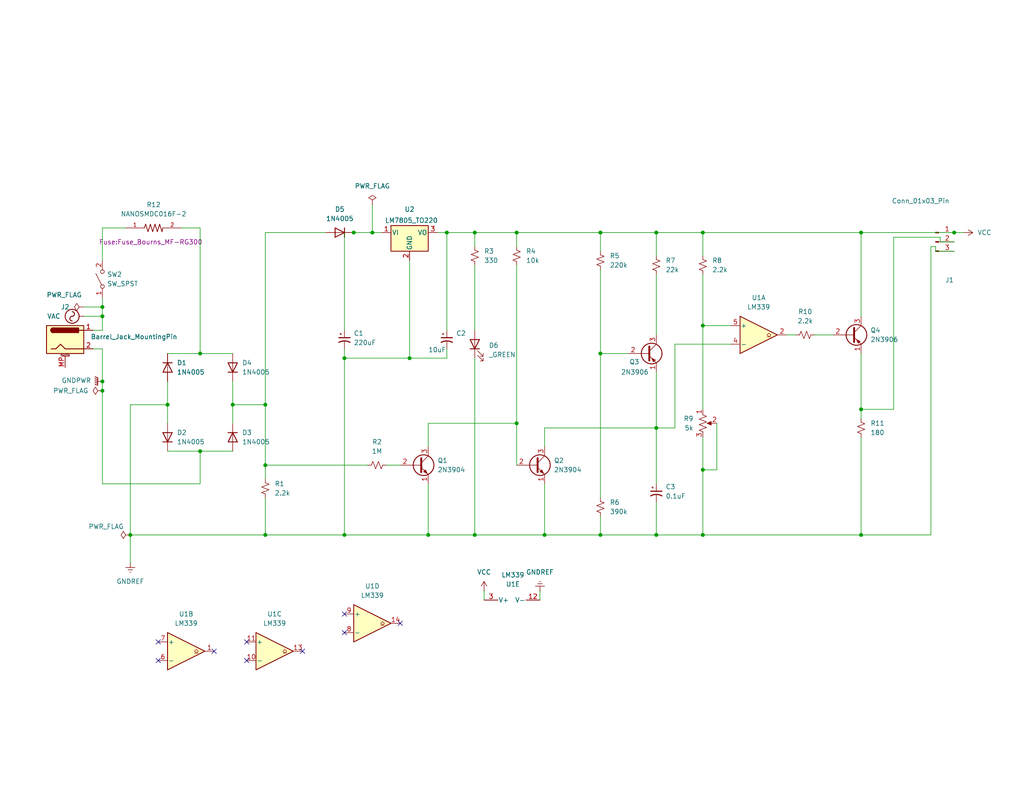
<source format=kicad_sch>
(kicad_sch (version 20250114) (generator "eeschema") (generator_version "9.0")
  (paper "A")
  (title_block (title "CMPE2150 PWM Generator - blaxtonfisher1") (date "2025-12-06") (rev "0") (company "Nait CNT") (comment 1 "Brody Laxton"))
  (lib_symbols
    (symbol "Comparator:LM339" (pin_names (offset 0.127))
      (property "Reference" "U" (at 0 5.08 0))
      (property "Value" "LM339" (at 0 -5.08 0))
      (symbol "LM339_1_1"
        (polyline (pts (xy -5.08 5.08) (xy 5.08 0) (xy -5.08 -5.08) (xy -5.08 5.08)) (stroke (width 0.254)) (fill (type background)))
        (polyline (pts (xy 3.302 -0.508) (xy 2.794 -0.508) (xy 3.302 0) (xy 2.794 0.508) (xy 2.286 0) (xy 2.794 -0.508) (xy 2.286 -0.508)) (stroke (width 0.127)))
        (pin input line (at -7.62 2.54 0) (length 2.54) (name "+") (number "5"))
        (pin input line (at -7.62 -2.54 0) (length 2.54) (name "-") (number "4"))
        (pin open_collector line (at 7.62 0 180) (length 2.54) (name "~") (number "2"))
      )
      (symbol "LM339_2_1"
        (polyline (pts (xy -5.08 5.08) (xy 5.08 0) (xy -5.08 -5.08) (xy -5.08 5.08)) (stroke (width 0.254)) (fill (type background)))
        (polyline (pts (xy 3.302 -0.508) (xy 2.794 -0.508) (xy 3.302 0) (xy 2.794 0.508) (xy 2.286 0) (xy 2.794 -0.508) (xy 2.286 -0.508)) (stroke (width 0.127)))
        (pin input line (at -7.62 2.54 0) (length 2.54) (name "+") (number "7"))
        (pin input line (at -7.62 -2.54 0) (length 2.54) (name "-") (number "6"))
        (pin open_collector line (at 7.62 0 180) (length 2.54) (name "~") (number "1"))
      )
      (symbol "LM339_3_1"
        (polyline (pts (xy -5.08 5.08) (xy 5.08 0) (xy -5.08 -5.08) (xy -5.08 5.08)) (stroke (width 0.254)) (fill (type background)))
        (polyline (pts (xy 3.302 -0.508) (xy 2.794 -0.508) (xy 3.302 0) (xy 2.794 0.508) (xy 2.286 0) (xy 2.794 -0.508) (xy 2.286 -0.508)) (stroke (width 0.127)))
        (pin input line (at -7.62 2.54 0) (length 2.54) (name "+") (number "11"))
        (pin input line (at -7.62 -2.54 0) (length 2.54) (name "-") (number "10"))
        (pin open_collector line (at 7.62 0 180) (length 2.54) (name "~") (number "13"))
      )
      (symbol "LM339_4_1"
        (polyline (pts (xy -5.08 5.08) (xy 5.08 0) (xy -5.08 -5.08) (xy -5.08 5.08)) (stroke (width 0.254)) (fill (type background)))
        (polyline (pts (xy 3.302 -0.508) (xy 2.794 -0.508) (xy 3.302 0) (xy 2.794 0.508) (xy 2.286 0) (xy 2.794 -0.508) (xy 2.286 -0.508)) (stroke (width 0.127)))
        (pin input line (at -7.62 2.54 0) (length 2.54) (name "+") (number "9"))
        (pin input line (at -7.62 -2.54 0) (length 2.54) (name "-") (number "8"))
        (pin open_collector line (at 7.62 0 180) (length 2.54) (name "~") (number "14"))
      )
      (symbol "LM339_5_1"
        (pin power_in line (at -2.54 7.62 270) (length 3.81) (name "V+") (number "3"))
        (pin power_in line (at -2.54 -7.62 90) (length 3.81) (name "V-") (number "12"))
      )
    )
    (symbol "Connector:Barrel_Jack_MountingPin" (pin_names (hide yes))
      (property "Reference" "J" (at 0 5.334 0))
      (property "Value" "Barrel_Jack_MountingPin" (at 1.27 -6.35 0))
      (symbol "Barrel_Jack_MountingPin_0_1"
        (rectangle (start -5.08 3.81) (end 5.08 -3.81) (stroke (width 0.254)) (fill (type background)))
        (polyline (pts (xy -3.81 -2.54) (xy -2.54 -2.54) (xy -1.27 -1.27) (xy 0 -2.54) (xy 2.54 -2.54) (xy 5.08 -2.54)) (stroke (width 0.254)))
        (arc (start -3.302 1.905) (mid -3.9343 2.54) (end -3.302 3.175) (stroke (width 0.254)))
        (arc (start -3.302 1.905) (mid -3.9343 2.54) (end -3.302 3.175) (stroke (width 0.254)) (fill (type outline)))
        (rectangle (start 3.683 3.175) (end -3.302 1.905) (stroke (width 0.254)) (fill (type outline)))
        (polyline (pts (xy 5.08 2.54) (xy 3.81 2.54)) (stroke (width 0.254)))
      )
      (symbol "Barrel_Jack_MountingPin_1_1"
        (polyline (pts (xy -1.016 -4.572) (xy 1.016 -4.572)) (stroke (width 0.1524)))
        (text "Mounting" (at 0 -4.191 0) (effects (font (size 0.381 0.381))))
        (pin passive line (at 0 -7.62 90) (length 3.048) (name "MountPin") (number "MP"))
        (pin passive line (at 7.62 2.54 180) (length 2.54) (name "~") (number "1"))
        (pin passive line (at 7.62 -2.54 180) (length 2.54) (name "~") (number "2"))
      )
    )
    (symbol "Connector:Conn_01x03_Pin" (pin_names (offset 1.016) (hide yes))
      (property "Reference" "J" (at 0 5.08 0))
      (property "Value" "Conn_01x03_Pin" (at 0 -5.08 0))
      (symbol "Conn_01x03_Pin_1_1"
        (rectangle (start 0.8636 2.667) (end 0 2.413) (stroke (width 0.1524)) (fill (type outline)))
        (rectangle (start 0.8636 0.127) (end 0 -0.127) (stroke (width 0.1524)) (fill (type outline)))
        (rectangle (start 0.8636 -2.413) (end 0 -2.667) (stroke (width 0.1524)) (fill (type outline)))
        (polyline (pts (xy 1.27 2.54) (xy 0.8636 2.54)) (stroke (width 0.1524)))
        (polyline (pts (xy 1.27 0) (xy 0.8636 0)) (stroke (width 0.1524)))
        (polyline (pts (xy 1.27 -2.54) (xy 0.8636 -2.54)) (stroke (width 0.1524)))
        (pin passive line (at 5.08 2.54 180) (length 3.81) (name "Pin_1") (number "1"))
        (pin passive line (at 5.08 0 180) (length 3.81) (name "Pin_2") (number "2"))
        (pin passive line (at 5.08 -2.54 180) (length 3.81) (name "Pin_3") (number "3"))
      )
    )
    (symbol "Device:C_Polarized_Small_US" (pin_numbers (hide yes)) (pin_names (offset 0.254) (hide yes))
      (property "Reference" "C" (at 0.254 1.778 0))
      (property "Value" "C_Polarized_Small_US" (at 0.254 -2.032 0))
      (symbol "C_Polarized_Small_US_0_1"
        (polyline (pts (xy -1.524 0.508) (xy 1.524 0.508)) (stroke (width 0.3048)))
        (polyline (pts (xy -1.27 1.524) (xy -0.762 1.524)))
        (polyline (pts (xy -1.016 1.27) (xy -1.016 1.778)))
        (arc (start -1.524 -0.762) (mid 0 -0.3734) (end 1.524 -0.762) (stroke (width 0.3048)))
      )
      (symbol "C_Polarized_Small_US_1_1"
        (pin passive line (at 0 2.54 270) (length 2.032) (name "~") (number "1"))
        (pin passive line (at 0 -2.54 90) (length 2.032) (name "~") (number "2"))
      )
    )
    (symbol "Device:LED" (pin_numbers (hide yes)) (pin_names (offset 1.016) (hide yes))
      (property "Reference" "D" (at 0 2.54 0))
      (property "Value" "LED" (at 0 -2.54 0))
      (symbol "LED_0_1"
        (polyline (pts (xy -3.048 -0.762) (xy -4.572 -2.286) (xy -3.81 -2.286) (xy -4.572 -2.286) (xy -4.572 -1.524)))
        (polyline (pts (xy -1.778 -0.762) (xy -3.302 -2.286) (xy -2.54 -2.286) (xy -3.302 -2.286) (xy -3.302 -1.524)))
        (polyline (pts (xy -1.27 0) (xy 1.27 0)))
        (polyline (pts (xy -1.27 -1.27) (xy -1.27 1.27)) (stroke (width 0.254)))
        (polyline (pts (xy 1.27 -1.27) (xy 1.27 1.27) (xy -1.27 0) (xy 1.27 -1.27)) (stroke (width 0.254)))
      )
      (symbol "LED_1_1"
        (pin passive line (at -3.81 0 0) (length 2.54) (name "K") (number "1"))
        (pin passive line (at 3.81 0 180) (length 2.54) (name "A") (number "2"))
      )
    )
    (symbol "Device:R_Potentiometer_US" (pin_names (offset 1.016) (hide yes))
      (property "Reference" "RV" (at -4.445 0 90))
      (property "Value" "R_Potentiometer_US" (at -2.54 0 90))
      (symbol "R_Potentiometer_US_0_1"
        (polyline (pts (xy 0 2.54) (xy 0 2.286)))
        (polyline (pts (xy 0 2.286) (xy 1.016 1.905) (xy 0 1.524) (xy -1.016 1.143) (xy 0 0.762)))
        (polyline (pts (xy 0 0.762) (xy 1.016 0.381) (xy 0 0) (xy -1.016 -0.381) (xy 0 -0.762)))
        (polyline (pts (xy 0 -0.762) (xy 1.016 -1.143) (xy 0 -1.524) (xy -1.016 -1.905) (xy 0 -2.286)))
        (polyline (pts (xy 0 -2.286) (xy 0 -2.54)))
        (polyline (pts (xy 1.143 0) (xy 2.286 0.508) (xy 2.286 -0.508) (xy 1.143 0)) (fill (type outline)))
        (polyline (pts (xy 2.54 0) (xy 1.524 0)))
      )
      (symbol "R_Potentiometer_US_1_1"
        (pin passive line (at 0 3.81 270) (length 1.27) (name "1") (number "1"))
        (pin passive line (at 0 -3.81 90) (length 1.27) (name "3") (number "3"))
        (pin passive line (at 3.81 0 180) (length 1.27) (name "2") (number "2"))
      )
    )
    (symbol "Device:R_Small_US" (pin_numbers (hide yes)) (pin_names (offset 0.254) (hide yes))
      (property "Reference" "R" (at 0.762 0.508 0))
      (property "Value" "R_Small_US" (at 0.762 -1.016 0))
      (symbol "R_Small_US_1_1"
        (polyline (pts (xy 0 1.524) (xy 1.016 1.143) (xy 0 0.762) (xy -1.016 0.381) (xy 0 0)))
        (polyline (pts (xy 0 0) (xy 1.016 -0.381) (xy 0 -0.762) (xy -1.016 -1.143) (xy 0 -1.524)))
        (pin passive line (at 0 2.54 270) (length 1.016) (name "~") (number "1"))
        (pin passive line (at 0 -2.54 90) (length 1.016) (name "~") (number "2"))
      )
    )
    (symbol "Diode:1N4005" (pin_numbers (hide yes)) (pin_names (hide yes))
      (property "Reference" "D" (at 0 2.54 0))
      (property "Value" "1N4005" (at 0 -2.54 0))
      (symbol "1N4005_0_1"
        (polyline (pts (xy -1.27 1.27) (xy -1.27 -1.27)) (stroke (width 0.254)))
        (polyline (pts (xy 1.27 1.27) (xy 1.27 -1.27) (xy -1.27 0) (xy 1.27 1.27)) (stroke (width 0.254)))
        (polyline (pts (xy 1.27 0) (xy -1.27 0)))
      )
      (symbol "1N4005_1_1"
        (pin passive line (at -3.81 0 0) (length 2.54) (name "K") (number "1"))
        (pin passive line (at 3.81 0 180) (length 2.54) (name "A") (number "2"))
      )
    )
    (symbol "NANOSMDC016F-2:NANOSMDC016F-2" (pin_names (offset 1.016))
      (property "Reference" "R" (at -3.81 1.4986 0))
      (property "Value" "NANOSMDC016F-2" (at -3.81 -3.302 0))
      (symbol "NANOSMDC016F-2_0_0"
        (polyline (pts (xy -2.54 0) (xy -2.159 1.016)) (stroke (width 0.2032)))
        (polyline (pts (xy -2.159 1.016) (xy -1.524 -1.016)) (stroke (width 0.2032)))
        (polyline (pts (xy -1.524 -1.016) (xy -0.889 1.016)) (stroke (width 0.2032)))
        (polyline (pts (xy -0.889 1.016) (xy -0.254 -1.016)) (stroke (width 0.2032)))
        (polyline (pts (xy -0.254 -1.016) (xy 0.381 1.016)) (stroke (width 0.2032)))
        (polyline (pts (xy 0.381 1.016) (xy 1.016 -1.016)) (stroke (width 0.2032)))
        (polyline (pts (xy 1.016 -1.016) (xy 1.651 1.016)) (stroke (width 0.2032)))
        (polyline (pts (xy 1.651 1.016) (xy 2.286 -1.016)) (stroke (width 0.2032)))
        (polyline (pts (xy 2.286 -1.016) (xy 2.54 0)) (stroke (width 0.2032)))
        (pin passive line (at -7.62 0 0) (length 5.08) (name "~") (number "1"))
        (pin passive line (at 7.62 0 180) (length 5.08) (name "~") (number "2"))
      )
    )
    (symbol "Regulator_Linear:LM7805_TO220" (pin_names (offset 0.254))
      (property "Reference" "U" (at -3.81 3.175 0))
      (property "Value" "LM7805_TO220" (at 0 3.175 0))
      (symbol "LM7805_TO220_0_1"
        (rectangle (start -5.08 1.905) (end 5.08 -5.08) (stroke (width 0.254)) (fill (type background)))
      )
      (symbol "LM7805_TO220_1_1"
        (pin power_in line (at -7.62 0 0) (length 2.54) (name "VI") (number "1"))
        (pin power_in line (at 0 -7.62 90) (length 2.54) (name "GND") (number "2"))
        (pin power_out line (at 7.62 0 180) (length 2.54) (name "VO") (number "3"))
      )
    )
    (symbol "Switch:SW_SPST" (pin_names (offset 0) (hide yes))
      (property "Reference" "SW" (at 0 3.175 0))
      (property "Value" "SW_SPST" (at 0 -2.54 0))
      (symbol "SW_SPST_0_0"
        (circle (center -2.032 0) (radius 0.508))
        (polyline (pts (xy -1.524 0.254) (xy 1.524 1.778)))
        (circle (center 2.032 0) (radius 0.508))
      )
      (symbol "SW_SPST_1_1"
        (pin passive line (at -5.08 0 0) (length 2.54) (name "A") (number "1"))
        (pin passive line (at 5.08 0 180) (length 2.54) (name "B") (number "2"))
      )
    )
    (symbol "Transistor_BJT:2N3904" (pin_names (offset 0) (hide yes))
      (property "Reference" "Q" (at 5.08 1.905 0))
      (property "Value" "2N3904" (at 5.08 0 0))
      (symbol "2N3904_0_1"
        (polyline (pts (xy -2.54 0) (xy 0.635 0)))
        (polyline (pts (xy 0.635 1.905) (xy 0.635 -1.905)) (stroke (width 0.508)))
        (circle (center 1.27 0) (radius 2.8194) (stroke (width 0.254)))
      )
      (symbol "2N3904_1_1"
        (polyline (pts (xy 0.635 0.635) (xy 2.54 2.54)))
        (polyline (pts (xy 0.635 -0.635) (xy 2.54 -2.54)))
        (polyline (pts (xy 1.27 -1.778) (xy 1.778 -1.27) (xy 2.286 -2.286) (xy 1.27 -1.778)) (fill (type outline)))
        (pin input line (at -5.08 0 0) (length 2.54) (name "B") (number "2"))
        (pin passive line (at 2.54 5.08 270) (length 2.54) (name "C") (number "3"))
        (pin passive line (at 2.54 -5.08 90) (length 2.54) (name "E") (number "1"))
      )
    )
    (symbol "Transistor_BJT:2N3906" (pin_names (offset 0) (hide yes))
      (property "Reference" "Q" (at 5.08 1.905 0))
      (property "Value" "2N3906" (at 5.08 0 0))
      (symbol "2N3906_0_1"
        (polyline (pts (xy -2.54 0) (xy 0.635 0)))
        (polyline (pts (xy 0.635 1.905) (xy 0.635 -1.905)) (stroke (width 0.508)))
        (polyline (pts (xy 0.635 0.635) (xy 2.54 2.54)))
        (polyline (pts (xy 0.635 -0.635) (xy 2.54 -2.54)))
        (circle (center 1.27 0) (radius 2.8194) (stroke (width 0.254)))
        (polyline (pts (xy 2.286 -1.778) (xy 1.778 -2.286) (xy 1.27 -1.27) (xy 2.286 -1.778)) (fill (type outline)))
      )
      (symbol "2N3906_1_1"
        (pin input line (at -5.08 0 0) (length 2.54) (name "B") (number "2"))
        (pin passive line (at 2.54 5.08 270) (length 2.54) (name "C") (number "3"))
        (pin passive line (at 2.54 -5.08 90) (length 2.54) (name "E") (number "1"))
      )
    )
    (symbol "power:GNDPWR" (power) (pin_numbers (hide yes)) (pin_names (offset 0) (hide yes))
      (property "Value" "GNDPWR" (at 0 -3.302 0))
      (symbol "GNDPWR_0_1"
        (polyline (pts (xy -1.016 -1.27) (xy -1.27 -2.032) (xy -1.27 -2.032)) (stroke (width 0.2032)))
        (polyline (pts (xy -0.508 -1.27) (xy -0.762 -2.032) (xy -0.762 -2.032)) (stroke (width 0.2032)))
        (polyline (pts (xy 0 -1.27) (xy 0 0)))
        (polyline (pts (xy 0 -1.27) (xy -0.254 -2.032) (xy -0.254 -2.032)) (stroke (width 0.2032)))
        (polyline (pts (xy 0.508 -1.27) (xy 0.254 -2.032) (xy 0.254 -2.032)) (stroke (width 0.2032)))
        (polyline (pts (xy 1.016 -1.27) (xy -1.016 -1.27) (xy -1.016 -1.27)) (stroke (width 0.2032)))
        (polyline (pts (xy 1.016 -1.27) (xy 0.762 -2.032) (xy 0.762 -2.032) (xy 0.762 -2.032)) (stroke (width 0.2032)))
      )
      (symbol "GNDPWR_1_1"
        (pin power_in line (at 0 0 270) (length 0) (name "~") (number "1"))
      )
    )
    (symbol "power:GNDREF" (power) (pin_numbers (hide yes)) (pin_names (offset 0) (hide yes))
      (property "Value" "GNDREF" (at 0 -3.81 0))
      (symbol "GNDREF_0_1"
        (polyline (pts (xy -0.635 -1.905) (xy 0.635 -1.905)))
        (polyline (pts (xy -0.127 -2.54) (xy 0.127 -2.54)))
        (polyline (pts (xy 0 -1.27) (xy 0 0)))
        (polyline (pts (xy 1.27 -1.27) (xy -1.27 -1.27)))
      )
      (symbol "GNDREF_1_1"
        (pin power_in line (at 0 0 270) (length 0) (name "~") (number "1"))
      )
    )
    (symbol "power:PWR_FLAG" (power) (pin_numbers (hide yes)) (pin_names (offset 0) (hide yes))
      (property "Value" "PWR_FLAG" (at 0 3.81 0))
      (symbol "PWR_FLAG_0_0"
        (pin power_out line (at 0 0 90) (length 0) (name "~") (number "1"))
      )
      (symbol "PWR_FLAG_0_1"
        (polyline (pts (xy 0 0) (xy 0 1.27) (xy -1.016 1.905) (xy 0 2.54) (xy 1.016 1.905) (xy 0 1.27)))
      )
    )
    (symbol "power:VAC" (power) (pin_numbers (hide yes)) (pin_names (offset 0) (hide yes))
      (property "Value" "VAC" (at 0 6.35 0))
      (symbol "VAC_0_1"
        (arc (start -1.27 3.175) (mid -0.635 3.8073) (end 0 3.175) (stroke (width 0.254)))
        (circle (center 0 3.175) (radius 1.905) (stroke (width 0.254)))
        (polyline (pts (xy 0 0) (xy 0 1.27)))
        (arc (start 1.27 3.175) (mid 0.635 2.5427) (end 0 3.175) (stroke (width 0.254)))
      )
      (symbol "VAC_1_1"
        (pin power_in line (at 0 0 90) (length 0) (name "~") (number "1"))
      )
    )
    (symbol "power:VCC" (power) (pin_numbers (hide yes)) (pin_names (offset 0) (hide yes))
      (property "Value" "VCC" (at 0 3.556 0))
      (symbol "VCC_0_1"
        (polyline (pts (xy -0.762 1.27) (xy 0 2.54)))
        (polyline (pts (xy 0 2.54) (xy 0.762 1.27)))
        (polyline (pts (xy 0 0) (xy 0 2.54)))
      )
      (symbol "VCC_1_1"
        (pin power_in line (at 0 0 90) (length 0) (name "~") (number "1"))
      )
    )
  )
  (junction (at 93.98 97.79))
  (junction (at 121.92 63.5))
  (junction (at 63.5 110.49))
  (junction (at 140.97 115.57))
  (junction (at 163.83 146.05))
  (junction (at 163.83 96.52))
  (junction (at 179.07 146.05))
  (junction (at 72.39 146.05))
  (junction (at 260.35 63.5))
  (junction (at 35.56 146.05))
  (junction (at 54.61 123.19))
  (junction (at 101.6 63.5))
  (junction (at 191.77 88.9))
  (junction (at 179.07 63.5))
  (junction (at 148.59 146.05))
  (junction (at 27.94 83.82))
  (junction (at 191.77 63.5))
  (junction (at 93.98 146.05))
  (junction (at 54.61 96.52))
  (junction (at 191.77 146.05))
  (junction (at 234.95 146.05))
  (junction (at 72.39 110.49))
  (junction (at 191.77 128.27))
  (junction (at 140.97 63.5))
  (junction (at 179.07 116.84))
  (junction (at 45.72 110.49))
  (junction (at 129.54 146.05))
  (junction (at 111.76 97.79))
  (junction (at 116.84 146.05))
  (junction (at 27.94 106.68))
  (junction (at 234.95 111.76))
  (junction (at 72.39 127))
  (junction (at 27.94 86.36))
  (junction (at 163.83 63.5))
  (junction (at 234.95 63.5))
  (junction (at 96.52 63.5))
  (junction (at 27.94 104.14))
  (junction (at 129.54 63.5))
  (no_connect (at 58.42 177.8))
  (no_connect (at 93.98 172.72))
  (no_connect (at 67.31 180.34))
  (no_connect (at 67.31 175.26))
  (no_connect (at 93.98 167.64))
  (no_connect (at 109.22 170.18))
  (no_connect (at 43.18 180.34))
  (no_connect (at 82.55 177.8))
  (no_connect (at 43.18 175.26))
  (wire (pts (xy 93.98 63.5) (xy 96.52 63.5)))
  (wire (pts (xy 191.77 63.5) (xy 191.77 69.85)))
  (wire (pts (xy 45.72 104.14) (xy 45.72 110.49)))
  (wire (pts (xy 27.94 95.25) (xy 27.94 104.14)))
  (wire (pts (xy 72.39 135.89) (xy 72.39 146.05)))
  (wire (pts (xy 255.27 68.58) (xy 260.35 68.58)))
  (wire (pts (xy 191.77 74.93) (xy 191.77 88.9)))
  (wire (pts (xy 254 67.31) (xy 254 146.05)))
  (wire (pts (xy 27.94 86.36) (xy 22.86 86.36)))
  (wire (pts (xy 234.95 63.5) (xy 260.35 63.5)))
  (wire (pts (xy 101.6 55.88) (xy 101.6 63.5)))
  (wire (pts (xy 105.41 127) (xy 109.22 127)))
  (wire (pts (xy 191.77 119.38) (xy 191.77 128.27)))
  (wire (pts (xy 179.07 137.16) (xy 179.07 146.05)))
  (wire (pts (xy 27.94 86.36) (xy 27.94 90.17)))
  (wire (pts (xy 54.61 62.23) (xy 54.61 96.52)))
  (wire (pts (xy 179.07 101.6) (xy 179.07 116.84)))
  (wire (pts (xy 129.54 63.5) (xy 140.97 63.5)))
  (wire (pts (xy 129.54 97.79) (xy 129.54 146.05)))
  (wire (pts (xy 54.61 123.19) (xy 63.5 123.19)))
  (wire (pts (xy 54.61 96.52) (xy 63.5 96.52)))
  (wire (pts (xy 93.98 95.25) (xy 93.98 97.79)))
  (wire (pts (xy 25.4 90.17) (xy 27.94 90.17)))
  (wire (pts (xy 191.77 88.9) (xy 199.39 88.9)))
  (wire (pts (xy 256.54 64.77) (xy 256.54 66.04)))
  (wire (pts (xy 243.84 64.77) (xy 243.84 111.76)))
  (wire (pts (xy 163.83 63.5) (xy 179.07 63.5)))
  (wire (pts (xy 27.94 83.82) (xy 27.94 86.36)))
  (wire (pts (xy 222.25 91.44) (xy 227.33 91.44)))
  (wire (pts (xy 45.72 96.52) (xy 54.61 96.52)))
  (wire (pts (xy 191.77 128.27) (xy 195.58 128.27)))
  (wire (pts (xy 121.92 97.79) (xy 121.92 95.25)))
  (wire (pts (xy 93.98 97.79) (xy 111.76 97.79)))
  (wire (pts (xy 163.83 96.52) (xy 163.83 73.66)))
  (wire (pts (xy 72.39 146.05) (xy 93.98 146.05)))
  (wire (pts (xy 119.38 63.5) (xy 121.92 63.5)))
  (wire (pts (xy 214.63 91.44) (xy 217.17 91.44)))
  (wire (pts (xy 260.35 63.5) (xy 262.89 63.5)))
  (wire (pts (xy 45.72 110.49) (xy 45.72 115.57)))
  (wire (pts (xy 191.77 63.5) (xy 234.95 63.5)))
  (wire (pts (xy 163.83 146.05) (xy 179.07 146.05)))
  (wire (pts (xy 111.76 71.12) (xy 111.76 97.79)))
  (wire (pts (xy 116.84 132.08) (xy 116.84 146.05)))
  (wire (pts (xy 191.77 128.27) (xy 191.77 146.05)))
  (wire (pts (xy 148.59 146.05) (xy 163.83 146.05)))
  (wire (pts (xy 93.98 146.05) (xy 116.84 146.05)))
  (wire (pts (xy 179.07 63.5) (xy 179.07 69.85)))
  (wire (pts (xy 179.07 146.05) (xy 191.77 146.05)))
  (wire (pts (xy 140.97 63.5) (xy 163.83 63.5)))
  (wire (pts (xy 243.84 64.77) (xy 256.54 64.77)))
  (wire (pts (xy 184.15 116.84) (xy 179.07 116.84)))
  (wire (pts (xy 195.58 115.57) (xy 195.58 128.27)))
  (wire (pts (xy 179.07 63.5) (xy 191.77 63.5)))
  (wire (pts (xy 27.94 83.82) (xy 22.86 83.82)))
  (wire (pts (xy 234.95 63.5) (xy 234.95 86.36)))
  (wire (pts (xy 129.54 72.39) (xy 129.54 90.17)))
  (wire (pts (xy 179.07 74.93) (xy 179.07 91.44)))
  (wire (pts (xy 25.4 95.25) (xy 27.94 95.25)))
  (wire (pts (xy 93.98 63.5) (xy 93.98 90.17)))
  (wire (pts (xy 129.54 146.05) (xy 148.59 146.05)))
  (wire (pts (xy 27.94 71.12) (xy 27.94 62.23)))
  (wire (pts (xy 255.27 67.31) (xy 255.27 68.58)))
  (wire (pts (xy 27.94 106.68) (xy 27.94 132.08)))
  (wire (pts (xy 49.53 62.23) (xy 54.61 62.23)))
  (wire (pts (xy 35.56 110.49) (xy 35.56 146.05)))
  (wire (pts (xy 163.83 96.52) (xy 163.83 135.89)))
  (wire (pts (xy 111.76 97.79) (xy 121.92 97.79)))
  (wire (pts (xy 35.56 146.05) (xy 35.56 153.67)))
  (wire (pts (xy 140.97 115.57) (xy 140.97 72.39)))
  (wire (pts (xy 72.39 127) (xy 100.33 127)))
  (wire (pts (xy 132.08 161.29) (xy 132.08 163.83)))
  (wire (pts (xy 254 67.31) (xy 255.27 67.31)))
  (wire (pts (xy 63.5 110.49) (xy 63.5 115.57)))
  (wire (pts (xy 54.61 132.08) (xy 54.61 123.19)))
  (wire (pts (xy 72.39 110.49) (xy 63.5 110.49)))
  (wire (pts (xy 234.95 146.05) (xy 254 146.05)))
  (wire (pts (xy 184.15 93.98) (xy 184.15 116.84)))
  (wire (pts (xy 140.97 127) (xy 140.97 115.57)))
  (wire (pts (xy 116.84 115.57) (xy 140.97 115.57)))
  (wire (pts (xy 179.07 116.84) (xy 179.07 132.08)))
  (wire (pts (xy 27.94 104.14) (xy 27.94 106.68)))
  (wire (pts (xy 191.77 88.9) (xy 191.77 111.76)))
  (wire (pts (xy 148.59 116.84) (xy 179.07 116.84)))
  (wire (pts (xy 27.94 62.23) (xy 34.29 62.23)))
  (wire (pts (xy 234.95 111.76) (xy 234.95 114.3)))
  (wire (pts (xy 163.83 96.52) (xy 171.45 96.52)))
  (wire (pts (xy 93.98 97.79) (xy 93.98 146.05)))
  (wire (pts (xy 147.32 161.29) (xy 147.32 163.83)))
  (wire (pts (xy 27.94 81.28) (xy 27.94 83.82)))
  (wire (pts (xy 234.95 119.38) (xy 234.95 146.05)))
  (wire (pts (xy 72.39 110.49) (xy 72.39 127)))
  (wire (pts (xy 163.83 140.97) (xy 163.83 146.05)))
  (wire (pts (xy 63.5 104.14) (xy 63.5 110.49)))
  (wire (pts (xy 163.83 63.5) (xy 163.83 68.58)))
  (wire (pts (xy 116.84 121.92) (xy 116.84 115.57)))
  (wire (pts (xy 129.54 63.5) (xy 129.54 67.31)))
  (wire (pts (xy 191.77 146.05) (xy 234.95 146.05)))
  (wire (pts (xy 72.39 63.5) (xy 72.39 110.49)))
  (wire (pts (xy 184.15 93.98) (xy 199.39 93.98)))
  (wire (pts (xy 234.95 96.52) (xy 234.95 111.76)))
  (wire (pts (xy 148.59 116.84) (xy 148.59 121.92)))
  (wire (pts (xy 101.6 63.5) (xy 96.52 63.5)))
  (wire (pts (xy 45.72 123.19) (xy 54.61 123.19)))
  (wire (pts (xy 121.92 63.5) (xy 129.54 63.5)))
  (wire (pts (xy 140.97 63.5) (xy 140.97 67.31)))
  (wire (pts (xy 148.59 132.08) (xy 148.59 146.05)))
  (wire (pts (xy 101.6 63.5) (xy 104.14 63.5)))
  (wire (pts (xy 116.84 146.05) (xy 129.54 146.05)))
  (wire (pts (xy 121.92 63.5) (xy 121.92 90.17)))
  (wire (pts (xy 256.54 66.04) (xy 260.35 66.04)))
  (wire (pts (xy 72.39 146.05) (xy 35.56 146.05)))
  (wire (pts (xy 72.39 63.5) (xy 88.9 63.5)))
  (wire (pts (xy 243.84 111.76) (xy 234.95 111.76)))
  (wire (pts (xy 72.39 127) (xy 72.39 130.81)))
  (wire (pts (xy 35.56 110.49) (xy 45.72 110.49)))
  (wire (pts (xy 27.94 132.08) (xy 54.61 132.08)))
  (symbol (lib_id "power:GNDPWR") (at 27.94 104.14 270) (unit 1)
    (property "Reference" "#PWR01" (effects (hide yes)))
    (property "Value" "GNDPWR" (at 20.828 103.886 90))
    (property "Description" "Power symbol creates a global label with name \"GNDPWR\" , global ground" (effects (hide yes)))
  )
  (symbol (lib_id "power:VCC") (at 132.08 161.29 0) (unit 1)
    (property "Reference" "#PWR03" (effects (hide yes)))
    (property "Value" "VCC" (at 132.08 156.21 0))
    (property "Description" "Power symbol creates a global label with name \"VCC\"" (effects (hide yes)))
  )
  (symbol (lib_id "Device:R_Small_US") (at 191.77 72.39 0) (unit 1)
    (property "Reference" "R8" (at 194.31 71.1199 0) (effects (justify left)))
    (property "Value" "2.2k" (at 194.31 73.6599 0) (effects (justify left)))
    (property "Footprint" "Resistor_SMD:R_0805_2012Metric" (effects (hide yes)))
    (property "Description" "Resistor, small US symbol" (effects (hide yes)))
  )
  (symbol (lib_id "Device:LED") (at 129.54 93.98 90) (unit 1)
    (property "Reference" "D6" (at 133.35 94.2974 90) (effects (justify right)))
    (property "Value" "_GREEN" (at 133.35 96.8374 90) (effects (justify right)))
    (property "Footprint" "LED_THT:LED_D5.0mm" (effects (hide yes)))
    (property "Description" "Light emitting diode" (effects (hide yes)))
    (property "Sim.Pins" "1=K 2=A" (effects (hide yes)))
  )
  (symbol (lib_id "Diode:1N4005") (at 45.72 100.33 270) (unit 1)
    (property "Reference" "D1" (at 48.26 99.0599 90) (effects (justify left)))
    (property "Value" "1N4005" (at 48.26 101.5999 90) (effects (justify left)))
    (property "Footprint" "Diode_SMD:D_0805_2012Metric_Pad1.15x1.40mm_HandSolder" (effects (hide yes)))
    (property "Datasheet" "http://www.vishay.com/docs/88503/1n4001.pdf" (effects (hide yes)))
    (property "Description" "600V 1A General Purpose Rectifier Diode, DO-41" (effects (hide yes)))
    (property "Sim.Device" "D" (effects (hide yes)))
    (property "Sim.Pins" "1=K 2=A" (effects (hide yes)))
  )
  (symbol (lib_id "Comparator:LM339") (at 50.8 177.8 0) (unit 2)
    (property "Reference" "U1" (at 50.8 167.64 0))
    (property "Value" "LM339" (at 50.8 170.18 0))
    (property "Footprint" "Package_SO:SOIC-14_3.9x8.7mm_P1.27mm" (effects (hide yes)))
    (property "Datasheet" "https://www.st.com/resource/en/datasheet/lm139.pdf" (effects (hide yes)))
    (property "Description" "Quad Differential Comparators, SOIC-14/TSSOP-14" (effects (hide yes)))
  )
  (symbol (lib_id "Comparator:LM339") (at 101.6 170.18 0) (unit 4)
    (property "Reference" "U1" (at 101.6 160.02 0))
    (property "Value" "LM339" (at 101.6 162.56 0))
    (property "Footprint" "Package_SO:SOIC-14_3.9x8.7mm_P1.27mm" (effects (hide yes)))
    (property "Datasheet" "https://www.st.com/resource/en/datasheet/lm139.pdf" (effects (hide yes)))
    (property "Description" "Quad Differential Comparators, SOIC-14/TSSOP-14" (effects (hide yes)))
  )
  (symbol (lib_id "power:PWR_FLAG") (at 27.94 106.68 90) (unit 1)
    (property "Reference" "#FLG02" (effects (hide yes)))
    (property "Value" "PWR_FLAG" (at 24.13 106.6799 90) (effects (justify left)))
    (property "Description" "Special symbol for telling ERC where power comes from" (effects (hide yes)))
  )
  (symbol (lib_id "Device:R_Small_US") (at 234.95 116.84 0) (unit 1)
    (property "Reference" "R11" (at 237.49 115.5699 0) (effects (justify left)))
    (property "Value" "180" (at 237.49 118.1099 0) (effects (justify left)))
    (property "Footprint" "Resistor_SMD:R_0805_2012Metric" (effects (hide yes)))
    (property "Datasheet" "https://www.digikey.ca/en/products/detail/littelfuse-inc/NANOSMDC016F-2/1040822?s=N4IgTCBcDaIHIEE4HkDKBZAIgYQAwEYA2AMQFoIBdAXyA" (effects (hide yes)))
    (property "Description" "Resistor, small US symbol" (effects (hide yes)))
  )
  (symbol (lib_id "power:PWR_FLAG") (at 35.56 146.05 90) (unit 1)
    (property "Reference" "#FLG03" (effects (hide yes)))
    (property "Value" "PWR_FLAG" (at 28.956 143.764 90))
    (property "Description" "Special symbol for telling ERC where power comes from" (effects (hide yes)))
  )
  (symbol (lib_id "Comparator:LM339") (at 74.93 177.8 0) (unit 3)
    (property "Reference" "U1" (at 74.93 167.64 0))
    (property "Value" "LM339" (at 74.93 170.18 0))
    (property "Footprint" "Package_SO:SOIC-14_3.9x8.7mm_P1.27mm" (effects (hide yes)))
    (property "Datasheet" "https://www.st.com/resource/en/datasheet/lm139.pdf" (effects (hide yes)))
    (property "Description" "Quad Differential Comparators, SOIC-14/TSSOP-14" (effects (hide yes)))
  )
  (symbol (lib_id "Device:C_Polarized_Small_US") (at 179.07 134.62 0) (unit 1)
    (property "Reference" "C3" (at 181.61 132.9181 0) (effects (justify left)))
    (property "Value" "0.1uF" (at 181.61 135.4581 0) (effects (justify left)))
    (property "Footprint" "Capacitor_SMD:C_0805_2012Metric_Pad1.18x1.45mm_HandSolder" (effects (hide yes)))
    (property "Description" "Polarized capacitor, small US symbol" (effects (hide yes)))
  )
  (symbol (lib_id "Connector:Conn_01x03_Pin") (at 255.27 66.04 0) (unit 1)
    (property "Reference" "J1" (at 259.08 76.454 0))
    (property "Value" "Conn_01x03_Pin" (at 251.206 54.864 0))
    (property "Footprint" "Connector_PinHeader_2.54mm:PinHeader_1x03_P2.54mm_Horizontal" (effects (hide yes)))
    (property "Description" "Generic connector, single row, 01x03, script generated" (effects (hide yes)))
  )
  (symbol (lib_id "Device:R_Small_US") (at 102.87 127 90) (unit 1)
    (property "Reference" "R2" (at 102.87 120.65 90))
    (property "Value" "1M" (at 102.87 123.19 90))
    (property "Footprint" "Resistor_SMD:R_0805_2012Metric" (effects (hide yes)))
    (property "Description" "Resistor, small US symbol" (effects (hide yes)))
  )
  (symbol (lib_id "Device:R_Small_US") (at 163.83 138.43 0) (unit 1)
    (property "Reference" "R6" (at 166.37 137.1599 0) (effects (justify left)))
    (property "Value" "390k" (at 166.37 139.6999 0) (effects (justify left)))
    (property "Footprint" "Resistor_SMD:R_0805_2012Metric" (effects (hide yes)))
    (property "Description" "Resistor, small US symbol" (effects (hide yes)))
  )
  (symbol (lib_id "Comparator:LM339") (at 139.7 161.29 90) (unit 5)
    (property "Reference" "U1" (at 139.954 159.512 90))
    (property "Value" "LM339" (at 139.954 156.972 90))
    (property "Footprint" "Package_SO:SOIC-14_3.9x8.7mm_P1.27mm" (effects (hide yes)))
    (property "Datasheet" "https://www.st.com/resource/en/datasheet/lm139.pdf" (effects (hide yes)))
    (property "Description" "Quad Differential Comparators, SOIC-14/TSSOP-14" (effects (hide yes)))
  )
  (symbol (lib_id "Device:R_Small_US") (at 179.07 72.39 0) (unit 1)
    (property "Reference" "R7" (at 181.61 71.1199 0) (effects (justify left)))
    (property "Value" "22k" (at 181.61 73.6599 0) (effects (justify left)))
    (property "Footprint" "Resistor_SMD:R_0805_2012Metric" (effects (hide yes)))
    (property "Description" "Resistor, small US symbol" (effects (hide yes)))
  )
  (symbol (lib_id "Device:C_Polarized_Small_US") (at 93.98 92.71 0) (unit 1)
    (property "Reference" "C1" (at 96.52 91.0081 0) (effects (justify left)))
    (property "Value" "220uF" (at 96.52 93.5481 0) (effects (justify left)))
    (property "Footprint" "Capacitor_THT:CP_Radial_D10.0mm_P5.00mm" (effects (hide yes)))
    (property "Datasheet" "https://industrial.panasonic.com/cdbs/www-data/pdf/RDF0000/ABA0000C1259.pdf" (effects (hide yes)))
    (property "Description" "Polarized capacitor, small US symbol" (effects (hide yes)))
  )
  (symbol (lib_id "Device:C_Polarized_Small_US") (at 121.92 92.71 0) (unit 1)
    (property "Reference" "C2" (at 124.46 91.0081 0) (effects (justify left)))
    (property "Value" "10uF" (at 116.84 95.504 0) (effects (justify left)))
    (property "Footprint" "Capacitor_THT:CP_Radial_D10.0mm_P5.00mm" (effects (hide yes)))
    (property "Datasheet" "https://industrial.panasonic.com/cdbs/www-data/pdf/RDF0000/ABA0000C1259.pdf" (effects (hide yes)))
    (property "Description" "Polarized capacitor, small US symbol" (effects (hide yes)))
  )
  (symbol (lib_id "Transistor_BJT:2N3904") (at 146.05 127 0) (unit 1)
    (property "Reference" "Q2" (at 151.13 125.7299 0) (effects (justify left)))
    (property "Value" "2N3904" (at 151.13 128.2699 0) (effects (justify left)))
    (property "Footprint" "Package_TO_SOT_SMD:SOT-23" (effects (hide yes)))
    (property "Datasheet" "https://www.onsemi.com/pub/Collateral/2N3903-D.PDF" (effects (hide yes)))
    (property "Description" "0.2A Ic, 40V Vce, Small Signal NPN Transistor, TO-92" (effects (hide yes)))
  )
  (symbol (lib_id "power:VAC") (at 22.86 86.36 90) (unit 1)
    (property "Reference" "#PWR04" (effects (hide yes)))
    (property "Value" "VAC" (at 16.51 86.3599 90) (effects (justify left)))
    (property "Description" "Power symbol creates a global label with name \"VAC\"" (effects (hide yes)))
  )
  (symbol (lib_id "power:GNDREF") (at 147.32 161.29 180) (unit 1)
    (property "Reference" "#PWR06" (effects (hide yes)))
    (property "Value" "GNDREF" (at 147.32 156.21 0))
    (property "Description" "Power symbol creates a global label with name \"GNDREF\" , reference supply ground" (effects (hide yes)))
  )
  (symbol (lib_id "Device:R_Small_US") (at 219.71 91.44 90) (unit 1)
    (property "Reference" "R10" (at 219.71 85.09 90))
    (property "Value" "2.2k" (at 219.71 87.63 90))
    (property "Footprint" "Resistor_SMD:R_0805_2012Metric" (effects (hide yes)))
    (property "Description" "Resistor, small US symbol" (effects (hide yes)))
  )
  (symbol (lib_id "Comparator:LM339") (at 207.01 91.44 0) (unit 1)
    (property "Reference" "U1" (at 207.01 81.28 0))
    (property "Value" "LM339" (at 207.01 83.82 0))
    (property "Footprint" "Package_SO:SOIC-14_3.9x8.7mm_P1.27mm" (effects (hide yes)))
    (property "Datasheet" "https://www.st.com/resource/en/datasheet/lm139.pdf" (effects (hide yes)))
    (property "Description" "Quad Differential Comparators, SOIC-14/TSSOP-14" (effects (hide yes)))
  )
  (symbol (lib_id "Regulator_Linear:LM7805_TO220") (at 111.76 63.5 0) (unit 1)
    (property "Reference" "U2" (at 111.76 57.15 0))
    (property "Value" "LM7805_TO220" (at 112.268 60.198 0))
    (property "Footprint" "Package_TO_SOT_THT:TO-220-3_Vertical" (effects (hide yes)))
    (property "Datasheet" "https://www.onsemi.cn/PowerSolutions/document/MC7800-D.PDF" (effects (hide yes)))
    (property "Description" "Positive 1A 35V Linear Regulator, Fixed Output 5V, TO-220" (effects (hide yes)))
  )
  (symbol (lib_id "Transistor_BJT:2N3906") (at 232.41 91.44 0) (unit 1)
    (property "Reference" "Q4" (at 237.49 90.1699 0) (effects (justify left)))
    (property "Value" "2N3906" (at 237.49 92.7099 0) (effects (justify left)))
    (property "Footprint" "Package_TO_SOT_SMD:SOT-23" (effects (hide yes)))
    (property "Datasheet" "https://www.onsemi.com/pub/Collateral/2N3906-D.PDF" (effects (hide yes)))
    (property "Description" "-0.2A Ic, -40V Vce, Small Signal PNP Transistor, TO-92" (effects (hide yes)))
  )
  (symbol (lib_id "Device:R_Small_US") (at 72.39 133.35 0) (unit 1)
    (property "Reference" "R1" (at 74.93 132.0799 0) (effects (justify left)))
    (property "Value" "2.2k" (at 74.93 134.6199 0) (effects (justify left)))
    (property "Footprint" "Resistor_SMD:R_0805_2012Metric" (effects (hide yes)))
    (property "Description" "Resistor, small US symbol" (effects (hide yes)))
  )
  (symbol (lib_id "Device:R_Small_US") (at 140.97 69.85 0) (unit 1)
    (property "Reference" "R4" (at 143.51 68.5799 0) (effects (justify left)))
    (property "Value" "10k" (at 143.51 71.1199 0) (effects (justify left)))
    (property "Footprint" "Resistor_SMD:R_0805_2012Metric" (effects (hide yes)))
    (property "Description" "Resistor, small US symbol" (effects (hide yes)))
  )
  (symbol (lib_id "Diode:1N4005") (at 63.5 100.33 90) (unit 1)
    (property "Reference" "D4" (at 66.04 99.0599 90) (effects (justify right)))
    (property "Value" "1N4005" (at 66.04 101.5999 90) (effects (justify right)))
    (property "Footprint" "Diode_SMD:D_0805_2012Metric_Pad1.15x1.40mm_HandSolder" (effects (hide yes)))
    (property "Datasheet" "http://www.vishay.com/docs/88503/1n4001.pdf" (effects (hide yes)))
    (property "Description" "600V 1A General Purpose Rectifier Diode, DO-41" (effects (hide yes)))
    (property "Sim.Device" "D" (effects (hide yes)))
    (property "Sim.Pins" "1=K 2=A" (effects (hide yes)))
  )
  (symbol (lib_id "Diode:1N4005") (at 63.5 119.38 270) (unit 1)
    (property "Reference" "D3" (at 66.04 118.1099 90) (effects (justify left)))
    (property "Value" "1N4005" (at 66.04 120.6499 90) (effects (justify left)))
    (property "Footprint" "Diode_SMD:D_0805_2012Metric_Pad1.15x1.40mm_HandSolder" (effects (hide yes)))
    (property "Datasheet" "http://www.vishay.com/docs/88503/1n4001.pdf" (effects (hide yes)))
    (property "Description" "600V 1A General Purpose Rectifier Diode, DO-41" (effects (hide yes)))
    (property "Sim.Device" "D" (effects (hide yes)))
    (property "Sim.Pins" "1=K 2=A" (effects (hide yes)))
  )
  (symbol (lib_id "power:GNDREF") (at 35.56 153.67 0) (unit 1)
    (property "Reference" "#PWR05" (effects (hide yes)))
    (property "Value" "GNDREF" (at 35.56 158.75 0))
    (property "Description" "Power symbol creates a global label with name \"GNDREF\" , reference supply ground" (effects (hide yes)))
  )
  (symbol (lib_id "Diode:1N4005") (at 92.71 63.5 180) (unit 1)
    (property "Reference" "D5" (at 92.71 57.15 0))
    (property "Value" "1N4005" (at 92.71 59.69 0))
    (property "Footprint" "Diode_SMD:D_0805_2012Metric_Pad1.15x1.40mm_HandSolder" (effects (hide yes)))
    (property "Datasheet" "http://www.vishay.com/docs/88503/1n4001.pdf" (effects (hide yes)))
    (property "Description" "600V 1A General Purpose Rectifier Diode, DO-41" (effects (hide yes)))
    (property "Sim.Device" "D" (effects (hide yes)))
    (property "Sim.Pins" "1=K 2=A" (effects (hide yes)))
  )
  (symbol (lib_id "Device:R_Small_US") (at 163.83 71.12 180) (unit 1)
    (property "Reference" "R5" (at 166.37 69.8499 0) (effects (justify right)))
    (property "Value" "220k" (at 166.37 72.3899 0) (effects (justify right)))
    (property "Footprint" "Resistor_SMD:R_0805_2012Metric" (effects (hide yes)))
    (property "Description" "Resistor, small US symbol" (effects (hide yes)))
  )
  (symbol (lib_id "Transistor_BJT:2N3906") (at 176.53 96.52 0) (unit 1)
    (property "Reference" "Q3" (at 171.704 98.806 0) (effects (justify left)))
    (property "Value" "2N3906" (at 169.418 101.6 0) (effects (justify left)))
    (property "Footprint" "Package_TO_SOT_SMD:SOT-23" (effects (hide yes)))
    (property "Datasheet" "https://www.onsemi.com/pub/Collateral/2N3906-D.PDF" (effects (hide yes)))
    (property "Description" "-0.2A Ic, -40V Vce, Small Signal PNP Transistor, TO-92" (effects (hide yes)))
  )
  (symbol (lib_id "Switch:SW_SPST") (at 27.94 76.2 90) (unit 1)
    (property "Reference" "SW2" (at 29.21 74.9299 90) (effects (justify right)))
    (property "Value" "SW_SPST" (at 29.21 77.4699 90) (effects (justify right)))
    (property "Footprint" "Button_Switch_SMD:SW_DIP_SPSTx01_Slide_9.78x4.72mm_W8.61mm_P2.54mm" (effects (hide yes)))
    (property "Description" "Single Pole Single Throw (SPST) switch" (effects (hide yes)))
  )
  (symbol (lib_id "power:PWR_FLAG") (at 22.86 83.82 90) (unit 1)
    (property "Reference" "#FLG01" (effects (hide yes)))
    (property "Value" "PWR_FLAG" (at 22.352 80.518 90) (effects (justify left)))
    (property "Description" "Special symbol for telling ERC where power comes from" (effects (hide yes)))
  )
  (symbol (lib_id "Diode:1N4005") (at 45.72 119.38 90) (unit 1)
    (property "Reference" "D2" (at 48.26 118.1099 90) (effects (justify right)))
    (property "Value" "1N4005" (at 48.26 120.6499 90) (effects (justify right)))
    (property "Footprint" "Diode_SMD:D_0805_2012Metric_Pad1.15x1.40mm_HandSolder" (effects (hide yes)))
    (property "Datasheet" "http://www.vishay.com/docs/88503/1n4001.pdf" (effects (hide yes)))
    (property "Description" "600V 1A General Purpose Rectifier Diode, DO-41" (effects (hide yes)))
    (property "Sim.Device" "D" (effects (hide yes)))
    (property "Sim.Pins" "1=K 2=A" (effects (hide yes)))
  )
  (symbol (lib_id "power:PWR_FLAG") (at 101.6 55.88 0) (unit 1)
    (property "Reference" "#FLG04" (effects (hide yes)))
    (property "Value" "PWR_FLAG" (at 101.6 50.8 0))
    (property "Description" "Special symbol for telling ERC where power comes from" (effects (hide yes)))
  )
  (symbol (lib_id "Connector:Barrel_Jack_MountingPin") (at 17.78 92.71 0) (unit 1)
    (property "Reference" "J2" (at 17.78 83.82 0))
    (property "Value" "Barrel_Jack_MountingPin" (at 36.576 91.948 0))
    (property "Footprint" "Connector_BarrelJack:BarrelJack_Wuerth_694106106102_2.0x5.5mm" (effects (hide yes)))
    (property "Description" "DC Barrel Jack with a mounting pin" (effects (hide yes)))
  )
  (symbol (lib_id "Transistor_BJT:2N3904") (at 114.3 127 0) (unit 1)
    (property "Reference" "Q1" (at 119.38 125.7299 0) (effects (justify left)))
    (property "Value" "2N3904" (at 119.38 128.2699 0) (effects (justify left)))
    (property "Footprint" "Package_TO_SOT_SMD:SOT-23" (effects (hide yes)))
    (property "Datasheet" "https://www.onsemi.com/pub/Collateral/2N3903-D.PDF" (effects (hide yes)))
    (property "Description" "0.2A Ic, 40V Vce, Small Signal NPN Transistor, TO-92" (effects (hide yes)))
  )
  (symbol (lib_id "power:VCC") (at 262.89 63.5 270) (unit 1)
    (property "Reference" "#PWR02" (effects (hide yes)))
    (property "Value" "VCC" (at 266.7 63.4999 90) (effects (justify left)))
    (property "Description" "Power symbol creates a global label with name \"VCC\"" (effects (hide yes)))
  )
  (symbol (lib_id "NANOSMDC016F-2:NANOSMDC016F-2") (at 41.91 62.23 0) (unit 1)
    (property "Reference" "R12" (at 41.91 55.88 0))
    (property "Value" "NANOSMDC016F-2" (at 41.91 58.42 0))
    (property "Footprint" "Fuse:Fuse_Bourns_MF-RG300" (at 41.148 66.802 0) (effects (justify bottom)))
  )
  (symbol (lib_id "Device:R_Potentiometer_US") (at 191.77 115.57 0) (unit 1)
    (property "Reference" "R9" (at 189.23 114.2999 0) (effects (justify right)))
    (property "Value" "5k" (at 189.23 116.8399 0) (effects (justify right)))
    (property "Footprint" "Potentiometer_THT:Potentiometer_ACP_CA6-H2,5_Horizontal" (effects (hide yes)))
    (property "Description" "Potentiometer, US symbol" (effects (hide yes)))
  )
  (symbol (lib_id "Device:R_Small_US") (at 129.54 69.85 0) (unit 1)
    (property "Reference" "R3" (at 132.08 68.5799 0) (effects (justify left)))
    (property "Value" "330" (at 132.08 71.1199 0) (effects (justify left)))
    (property "Footprint" "Resistor_SMD:R_0805_2012Metric" (effects (hide yes)))
    (property "Description" "Resistor, small US symbol" (effects (hide yes)))
  )
)
</source>
